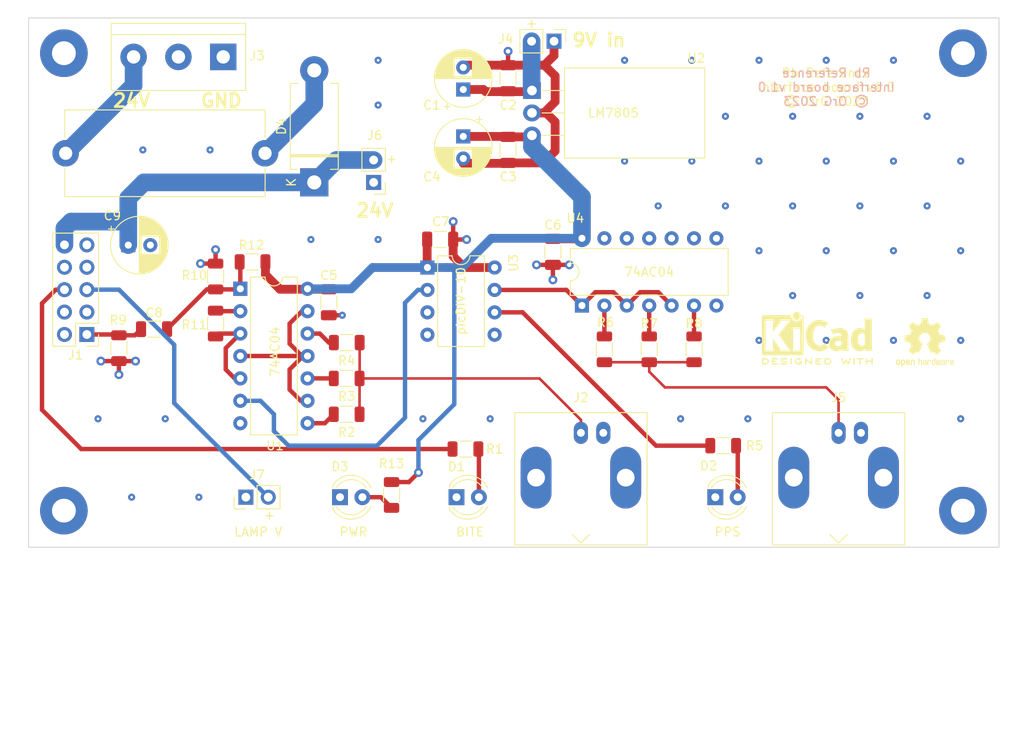
<source format=kicad_pcb>
(kicad_pcb (version 20221018) (generator pcbnew)
  (layers (0 "F.Cu" signal) (1 "In1.Cu" signal) (2 "In2.Cu" signal) (31 "B.Cu" signal) (34 "B.Paste" user) (35 "F.Paste" user) (36 "B.SilkS" user "B.Silkscreen") (37 "F.SilkS" user "F.Silkscreen") (38 "B.Mask" user) (39 "F.Mask" user) (44 "Edge.Cuts" user))
  (net 0 "")
  (net 1 "+5V")
  (net 2 "GND")
  (net 3 "+9V")
  (net 4 "/RB_10MHz")
  (net 5 "LAMP_V")
  (net 7 "BITE")
  (net 10 "Net-(C8-Pad2)")
  (net 11 "Net-(R11-Pad1)")
  (net 13 "+24V")
  (net 14 "/10MHz")
  (net 15 "Net-(R2-Pad1)")
  (net 16 "Net-(R3-Pad1)")
  (net 17 "Net-(R4-Pad1)")
  (net 18 "Net-(R6-Pad1)")
  (net 19 "Net-(R7-Pad1)")
  (net 20 "Net-(R8-Pad1)")
  (net 24 "Net-(R11-Pad2)")
  (net 25 "Net-(U1-Pad6)")
  (net 26 "/ERR_LED")
  (net 27 "/PPS_LED")
  (net 28 "/PWR_LED")
  (net 29 "/10MHz_OUT")
  (net 30 "/PPS_OUT")
  (net 31 "PPS_2")
  (net 35 "PPS_1")
  (net 36 "/24V_IN")
  (net 37 "Net-(D4-Pad2)")
  (footprint "Resistor_SMD:R_1206_3216Metric" (layer "F.Cu") (at 165.354 83.566 -90)
    (fp_text reference "R7" (at -2.921 0 180) (layer "F.SilkS"))
    (fp_text value "150")
    (pad "1" smd roundrect (at -1.4625 0 270) (size 1.125 1.75) (layers "F.Cu" "F.Paste" "F.Mask") (roundrect_rratio 0.2222222222) (net 19 "Net-(R7-Pad1)"))
    (pad "2" smd roundrect (at 1.4625 0 270) (size 1.125 1.75) (layers "F.Cu" "F.Paste" "F.Mask") (roundrect_rratio 0.2222222222) (net 30 "/PPS_OUT"))
  )
  (footprint "MountingHole:MountingHole_2.7mm_M2.5_Pad" (layer "F.Cu") (at 200.914 50)
    (fp_text reference "H2" hide)
    (fp_text value "MountingHole_Pad")
    (pad "1" thru_hole circle (at 0 0) (size 5.4 5.4) (drill 2.7) (layers "*.Cu" "*.Mask") (net 2 "GND"))
  )
  (footprint "LED_THT:LED_D4.0mm" (layer "F.Cu") (at 130.297 100.33)
    (fp_text reference "D3" (at 0 -3.46) (layer "F.SilkS"))
    (fp_text value "LED")
    (pad "1" thru_hole rect (at 0 0) (size 1.8 1.8) (drill 0.9) (layers "*.Cu" "*.Mask") (net 2 "GND"))
    (pad "2" thru_hole circle (at 2.54 0) (size 1.8 1.8) (drill 0.9) (layers "*.Cu" "*.Mask") (net 28 "/PWR_LED"))
  )
  (footprint "TerminalBlock:TerminalBlock_bornier-3_P5.08mm" (layer "F.Cu") (at 117.062 50.419 180)
    (fp_text reference "J3" (at -3.842 0.127) (layer "F.SilkS"))
    (fp_text value "Screw_Terminal_01x03")
    (pad "1" thru_hole rect (at 0 0 180) (size 3 3) (drill 1.52) (layers "*.Cu" "*.Mask") (net 2 "GND"))
    (pad "2" thru_hole circle (at 5.08 0 180) (size 3 3) (drill 1.52) (layers "*.Cu" "*.Mask"))
    (pad "3" thru_hole circle (at 10.16 0 180) (size 3 3) (drill 1.52) (layers "*.Cu" "*.Mask") (net 36 "/24V_IN"))
  )
  (footprint "MountingHole:MountingHole_2.7mm_M2.5_Pad" (layer "F.Cu") (at 99 101.854)
    (fp_text reference "H3" hide)
    (fp_text value "MountingHole_Pad")
    (pad "1" thru_hole circle (at 0 0) (size 5.4 5.4) (drill 2.7) (layers "*.Cu" "*.Mask") (net 2 "GND"))
  )
  (footprint "LED_THT:LED_D4.0mm" (layer "F.Cu") (at 143.505 100.33)
    (fp_text reference "D1" (at 0 -3.46) (layer "F.SilkS"))
    (fp_text value "LED")
    (pad "1" thru_hole rect (at 0 0) (size 1.8 1.8) (drill 0.9) (layers "*.Cu" "*.Mask") (net 2 "GND"))
    (pad "2" thru_hole circle (at 2.54 0) (size 1.8 1.8) (drill 0.9) (layers "*.Cu" "*.Mask") (net 26 "/ERR_LED"))
  )
  (footprint "Capacitor_SMD:C_1206_3216Metric" (layer "F.Cu") (at 154.432 72.517 90)
    (fp_text reference "C6" (at 3.048 0 180) (layer "F.SilkS"))
    (fp_text value "100n")
    (pad "1" smd roundrect (at -1.475 0 90) (size 1.15 1.8) (layers "F.Cu" "F.Paste" "F.Mask") (roundrect_rratio 0.2173913043) (net 2 "GND"))
    (pad "2" smd roundrect (at 1.475 0 90) (size 1.15 1.8) (layers "F.Cu" "F.Paste" "F.Mask") (roundrect_rratio 0.2173913043) (net 1 "+5V"))
  )
  (footprint "Connector_PinHeader_2.54mm:PinHeader_1x02_P2.54mm_Vertical" (layer "F.Cu") (at 154.559 48.641 -90)
    (fp_text reference "J4" (at -0.254 5.461 180) (layer "F.SilkS"))
    (fp_text value "Conn_01x02")
    (pad "1" thru_hole rect (at 0 0 270) (size 1.7 1.7) (drill 1) (layers "*.Cu" "*.Mask") (net 2 "GND"))
    (pad "2" thru_hole oval (at 0 2.54 270) (size 1.7 1.7) (drill 1) (layers "*.Cu" "*.Mask") (net 3 "+9V"))
  )
  (footprint "MyLib:Fuseholder_Cylinder-5x20mm_Stelvio_Kontek_Horizontal_Open" (layer "F.Cu") (at 99.2025 61.341)
    (fp_text reference "F1" hide)
    (fp_text value "Fuse_Small")
    (pad "1" thru_hole circle (at 0 0) (size 3 3) (drill 1.5) (layers "*.Cu" "*.Mask") (net 36 "/24V_IN"))
    (pad "2" thru_hole circle (at 22.6 0) (size 3 3) (drill 1.5) (layers "*.Cu" "*.Mask") (net 37 "Net-(D4-Pad2)"))
  )
  (footprint "LED_THT:LED_D4.0mm" (layer "F.Cu") (at 172.842 100.33)
    (fp_text reference "D2" (at -0.757 -3.556) (layer "F.SilkS"))
    (fp_text value "LED")
    (pad "1" thru_hole rect (at 0 0) (size 1.8 1.8) (drill 0.9) (layers "*.Cu" "*.Mask") (net 2 "GND"))
    (pad "2" thru_hole circle (at 2.54 0) (size 1.8 1.8) (drill 0.9) (layers "*.Cu" "*.Mask") (net 27 "/PPS_LED"))
  )
  (footprint "Package_DIP:DIP-14_W7.62mm" (layer "F.Cu") (at 157.729 78.603 90)
    (fp_text reference "U4" (at 9.896 -0.757 180) (layer "F.SilkS"))
    (fp_text value "74AC04" (at 3.8 7.625 180) (layer "F.SilkS"))
    (pad "1" thru_hole rect (at 0 0 90) (size 1.6 1.6) (drill 0.8) (layers "*.Cu" "*.Mask") (net 35 "PPS_1"))
    (pad "2" thru_hole oval (at 0 2.54 90) (size 1.6 1.6) (drill 0.8) (layers "*.Cu" "*.Mask") (net 18 "Net-(R6-Pad1)"))
    (pad "3" thru_hole oval (at 0 5.08 90) (size 1.6 1.6) (drill 0.8) (layers "*.Cu" "*.Mask") (net 35 "PPS_1"))
    (pad "4" thru_hole oval (at 0 7.62 90) (size 1.6 1.6) (drill 0.8) (layers "*.Cu" "*.Mask") (net 19 "Net-(R7-Pad1)"))
    (pad "5" thru_hole oval (at 0 10.16 90) (size 1.6 1.6) (drill 0.8) (layers "*.Cu" "*.Mask") (net 35 "PPS_1"))
    (pad "6" thru_hole oval (at 0 12.7 90) (size 1.6 1.6) (drill 0.8) (layers "*.Cu" "*.Mask") (net 20 "Net-(R8-Pad1)"))
    (pad "7" thru_hole oval (at 0 15.24 90) (size 1.6 1.6) (drill 0.8) (layers "*.Cu" "*.Mask") (net 2 "GND"))
    (pad "8" thru_hole oval (at 7.62 15.24 90) (size 1.6 1.6) (drill 0.8) (layers "*.Cu" "*.Mask"))
    (pad "9" thru_hole oval (at 7.62 12.7 90) (size 1.6 1.6) (drill 0.8) (layers "*.Cu" "*.Mask") (net 2 "GND"))
    (pad "10" thru_hole oval (at 7.62 10.16 90) (size 1.6 1.6) (drill 0.8) (layers "*.Cu" "*.Mask"))
    (pad "11" thru_hole oval (at 7.62 7.62 90) (size 1.6 1.6) (drill 0.8) (layers "*.Cu" "*.Mask") (net 2 "GND"))
    (pad "12" thru_hole oval (at 7.62 5.08 90) (size 1.6 1.6) (drill 0.8) (layers "*.Cu" "*.Mask"))
    (pad "13" thru_hole oval (at 7.62 2.54 90) (size 1.6 1.6) (drill 0.8) (layers "*.Cu" "*.Mask") (net 2 "GND"))
    (pad "14" thru_hole oval (at 7.62 0 90) (size 1.6 1.6) (drill 0.8) (layers "*.Cu" "*.Mask") (net 1 "+5V"))
  )
  (footprint "Symbol:KiCad-Logo2_5mm_SilkScreen" (layer "F.Cu") (at 184.404 82.296)
    (fp_text reference "LOGO1" hide)
    (fp_text value "KiCad" hide)
  )
  (footprint "Connector_PinHeader_2.54mm:PinHeader_1x02_P2.54mm_Vertical" (layer "F.Cu") (at 119.629 100.33 90)
    (fp_text reference "J7" (at 2.54 1.27 180) (layer "F.SilkS"))
    (fp_text value "Conn_01x02")
    (pad "1" thru_hole rect (at 0 0 90) (size 1.7 1.7) (drill 1) (layers "*.Cu" "*.Mask") (net 2 "GND"))
    (pad "2" thru_hole oval (at 0 2.54 90) (size 1.7 1.7) (drill 1) (layers "*.Cu" "*.Mask") (net 5 "LAMP_V"))
  )
  (footprint "Resistor_SMD:R_1206_3216Metric" (layer "F.Cu") (at 170.434 83.566 -90)
    (fp_text reference "R8" (at -2.921 0 180) (layer "F.SilkS"))
    (fp_text value "150")
    (pad "1" smd roundrect (at -1.4625 0 270) (size 1.125 1.75) (layers "F.Cu" "F.Paste" "F.Mask") (roundrect_rratio 0.2222222222) (net 20 "Net-(R8-Pad1)"))
    (pad "2" smd roundrect (at 1.4625 0 270) (size 1.125 1.75) (layers "F.Cu" "F.Paste" "F.Mask") (roundrect_rratio 0.2222222222) (net 30 "/PPS_OUT"))
  )
  (footprint "Resistor_SMD:R_1206_3216Metric" (layer "F.Cu") (at 173.736 94.488)
    (fp_text reference "R5" (at 3.556 0 180) (layer "F.SilkS"))
    (fp_text value "10k")
    (pad "1" smd roundrect (at -1.4625 0) (size 1.125 1.75) (layers "F.Cu" "F.Paste" "F.Mask") (roundrect_rratio 0.2222222222) (net 31 "PPS_2"))
    (pad "2" smd roundrect (at 1.4625 0) (size 1.125 1.75) (layers "F.Cu" "F.Paste" "F.Mask") (roundrect_rratio 0.2222222222) (net 27 "/PPS_LED"))
  )
  (footprint "Diode_THT:D_DO-201AD_P12.70mm_Horizontal" (layer "F.Cu") (at 127.381 64.643 90)
    (fp_text reference "D4" (at 6.35 -3.72 90) (layer "F.SilkS"))
    (fp_text value "1N5822")
    (fp_text user "K" (at 0 -2.6 90) (layer "F.SilkS"))
    (pad "1" thru_hole rect (at 0 0 90) (size 3.2 3.2) (drill 1.6) (layers "*.Cu" "*.Mask") (net 13 "+24V"))
    (pad "2" thru_hole oval (at 12.7 0 90) (size 3.2 3.2) (drill 1.6) (layers "*.Cu" "*.Mask") (net 37 "Net-(D4-Pad2)"))
  )
  (footprint "MyLib:BNC_Linx_CONBNC002_Horizontal" (layer "F.Cu") (at 157.607 93.035 180)
    (fp_text reference "J2" (at 0 4 180) (layer "F.SilkS"))
    (fp_text value "Conn_Coaxial")
    (pad "1" thru_hole oval (at 0 0 180) (size 1.6 2.5) (drill 0.89) (layers "*.Cu" "*.Mask") (net 29 "/10MHz_OUT"))
    (pad "2" thru_hole oval (at -5.08 -5.08 180) (size 3.5 7) (drill 2.01) (layers "*.Cu" "*.Mask") (net 2 "GND"))
    (pad "2" thru_hole oval (at -2.54 0 180) (size 1.6 2.5) (drill 0.89) (layers "*.Cu" "*.Mask") (net 2 "GND"))
    (pad "2" thru_hole oval (at 5.08 -5.08 180) (size 3.5 7) (drill 2.01) (layers "*.Cu" "*.Mask") (net 2 "GND"))
  )
  (footprint "Capacitor_THT:CP_Radial_D6.3mm_P2.50mm" (layer "F.Cu") (at 144.272 59.436 -90)
    (fp_text reference "C4" (at 4.572 3.556 180) (layer "F.SilkS"))
    (fp_text value "47u")
    (pad "1" thru_hole rect (at 0 0 270) (size 1.6 1.6) (drill 0.8) (layers "*.Cu" "*.Mask") (net 1 "+5V"))
    (pad "2" thru_hole circle (at 2.5 0 270) (size 1.6 1.6) (drill 0.8) (layers "*.Cu" "*.Mask") (net 2 "GND"))
  )
  (footprint "Connector_PinHeader_2.54mm:PinHeader_1x02_P2.54mm_Vertical" (layer "F.Cu") (at 134.112 64.648 180)
    (fp_text reference "J6" (at -0.127 5.334 180) (layer "F.SilkS"))
    (fp_text value "Conn_01x02")
    (pad "1" thru_hole rect (at 0 0 180) (size 1.7 1.7) (drill 1) (layers "*.Cu" "*.Mask") (net 2 "GND"))
    (pad "2" thru_hole oval (at 0 2.54 180) (size 1.7 1.7) (drill 1) (layers "*.Cu" "*.Mask") (net 13 "+24V"))
  )
  (footprint "Resistor_SMD:R_1206_3216Metric" (layer "F.Cu") (at 116.195 80.645 90)
    (fp_text reference "R11" (at -0.127 -2.403 180) (layer "F.SilkS"))
    (fp_text value "33")
    (pad "1" smd roundrect (at -1.4625 0 90) (size 1.125 1.75) (layers "F.Cu" "F.Paste" "F.Mask") (roundrect_rratio 0.2222222222) (net 11 "Net-(R11-Pad1)"))
    (pad "2" smd roundrect (at 1.4625 0 90) (size 1.125 1.75) (layers "F.Cu" "F.Paste" "F.Mask") (roundrect_rratio 0.2222222222) (net 24 "Net-(R11-Pad2)"))
  )
  (footprint "Capacitor_THT:CP_Radial_D6.3mm_P2.50mm" (layer "F.Cu") (at 106.299 71.755)
    (fp_text reference "C9" (at -1.798 -3.332) (layer "F.SilkS"))
    (fp_text value "47u")
    (pad "1" thru_hole rect (at 0 0) (size 1.6 1.6) (drill 0.8) (layers "*.Cu" "*.Mask") (net 13 "+24V"))
    (pad "2" thru_hole circle (at 2.5 0) (size 1.6 1.6) (drill 0.8) (layers "*.Cu" "*.Mask") (net 2 "GND"))
  )
  (footprint "Capacitor_SMD:C_1206_3216Metric" (layer "F.Cu") (at 149.352 52.832 90)
    (fp_text reference "C2" (at -3.048 0 180) (layer "F.SilkS"))
    (fp_text value "100n")
    (pad "1" smd roundrect (at -1.475 0 90) (size 1.15 1.8) (layers "F.Cu" "F.Paste" "F.Mask") (roundrect_rratio 0.2173913043) (net 3 "+9V"))
    (pad "2" smd roundrect (at 1.475 0 90) (size 1.15 1.8) (layers "F.Cu" "F.Paste" "F.Mask") (roundrect_rratio 0.2173913043) (net 2 "GND"))
  )
  (footprint "Resistor_SMD:R_1206_3216Metric" (layer "F.Cu") (at 105.234 83.439 90)
    (fp_text reference "R9" (at 3.175 -0.078 180) (layer "F.SilkS"))
    (fp_text value "49.9")
    (pad "1" smd roundrect (at -1.4625 0 90) (size 1.125 1.75) (layers "F.Cu" "F.Paste" "F.Mask") (roundrect_rratio 0.2222222222) (net 2 "GND"))
    (pad "2" smd roundrect (at 1.4625 0 90) (size 1.125 1.75) (layers "F.Cu" "F.Paste" "F.Mask") (roundrect_rratio 0.2222222222) (net 4 "/RB_10MHz"))
  )
  (footprint "Capacitor_SMD:C_1206_3216Metric" (layer "F.Cu") (at 129.032 78.232 90)
    (fp_text reference "C5" (at 3.048 0) (layer "F.SilkS"))
    (fp_text value "100n")
    (pad "1" smd roundrect (at -1.475 0 90) (size 1.15 1.8) (layers "F.Cu" "F.Paste" "F.Mask") (roundrect_rratio 0.2173913043) (net 2 "GND"))
    (pad "2" smd roundrect (at 1.475 0 90) (size 1.15 1.8) (layers "F.Cu" "F.Paste" "F.Mask") (roundrect_rratio 0.2173913043) (net 1 "+5V"))
  )
  (footprint "Resistor_SMD:R_1206_3216Metric" (layer "F.Cu") (at 131.054 86.868)
    (fp_text reference "R3" (at 0 2.032) (layer "F.SilkS"))
    (fp_text value "150")
    (pad "1" smd roundrect (at -1.4625 0) (size 1.125 1.75) (layers "F.Cu" "F.Paste" "F.Mask") (roundrect_rratio 0.2222222222) (net 16 "Net-(R3-Pad1)"))
    (pad "2" smd roundrect (at 1.4625 0) (size 1.125 1.75) (layers "F.Cu" "F.Paste" "F.Mask") (roundrect_rratio 0.2222222222) (net 29 "/10MHz_OUT"))
  )
  (footprint "Package_DIP:DIP-14_W7.62mm" (layer "F.Cu") (at 118.999 76.703)
    (fp_text reference "U1" (at 3.937 17.785 180) (layer "F.SilkS"))
    (fp_text value "74AC04" (at 3.937 7.117 90) (layer "F.SilkS"))
    (pad "1" thru_hole rect (at 0 0) (size 1.6 1.6) (drill 0.8) (layers "*.Cu" "*.Mask") (net 10 "Net-(C8-Pad2)"))
    (pad "2" thru_hole oval (at 0 2.54) (size 1.6 1.6) (drill 0.8) (layers "*.Cu" "*.Mask") (net 24 "Net-(R11-Pad2)"))
    (pad "3" thru_hole oval (at 0 5.08) (size 1.6 1.6) (drill 0.8) (layers "*.Cu" "*.Mask") (net 11 "Net-(R11-Pad1)"))
    (pad "4" thru_hole oval (at 0 7.62) (size 1.6 1.6) (drill 0.8) (layers "*.Cu" "*.Mask") (net 14 "/10MHz"))
    (pad "5" thru_hole oval (at 0 10.16) (size 1.6 1.6) (drill 0.8) (layers "*.Cu" "*.Mask") (net 11 "Net-(R11-Pad1)"))
    (pad "6" thru_hole oval (at 0 12.7) (size 1.6 1.6) (drill 0.8) (layers "*.Cu" "*.Mask") (net 25 "Net-(U1-Pad6)"))
    (pad "7" thru_hole oval (at 0 15.24) (size 1.6 1.6) (drill 0.8) (layers "*.Cu" "*.Mask") (net 2 "GND"))
    (pad "8" thru_hole oval (at 7.62 15.24) (size 1.6 1.6) (drill 0.8) (layers "*.Cu" "*.Mask") (net 15 "Net-(R2-Pad1)"))
    (pad "9" thru_hole oval (at 7.62 12.7) (size 1.6 1.6) (drill 0.8) (layers "*.Cu" "*.Mask") (net 14 "/10MHz"))
    (pad "10" thru_hole oval (at 7.62 10.16) (size 1.6 1.6) (drill 0.8) (layers "*.Cu" "*.Mask") (net 16 "Net-(R3-Pad1)"))
    (pad "11" thru_hole oval (at 7.62 7.62) (size 1.6 1.6) (drill 0.8) (layers "*.Cu" "*.Mask") (net 14 "/10MHz"))
    (pad "12" thru_hole oval (at 7.62 5.08) (size 1.6 1.6) (drill 0.8) (layers "*.Cu" "*.Mask") (net 17 "Net-(R4-Pad1)"))
    (pad "13" thru_hole oval (at 7.62 2.54) (size 1.6 1.6) (drill 0.8) (layers "*.Cu" "*.Mask") (net 14 "/10MHz"))
    (pad "14" thru_hole oval (at 7.62 0) (size 1.6 1.6) (drill 0.8) (layers "*.Cu" "*.Mask") (net 1 "+5V"))
  )
  (footprint "Package_TO_SOT_THT:TO-220-3_Horizontal_TabDown" (layer "F.Cu") (at 152.06 54.229 -90)
    (fp_text reference "U2" (at -3.683 -18.628 180) (layer "F.SilkS"))
    (fp_text value "LM7805" (at 2.54 -9.23 180) (layer "F.SilkS"))
    (pad "" np_thru_hole oval (at 2.54 -16.66 270) (size 3.5 3.5) (drill 3.5) (layers "*.Cu" "*.Mask"))
    (pad "1" thru_hole rect (at 0 0 270) (size 1.905 2) (drill 1.1) (layers "*.Cu" "*.Mask") (net 3 "+9V"))
    (pad "2" thru_hole oval (at 2.54 0 270) (size 1.905 2) (drill 1.1) (layers "*.Cu" "*.Mask") (net 2 "GND"))
    (pad "3" thru_hole oval (at 5.08 0 270) (size 1.905 2) (drill 1.1) (layers "*.Cu" "*.Mask") (net 1 "+5V"))
  )
  (footprint "Resistor_SMD:R_1206_3216Metric" (layer "F.Cu") (at 160.274 83.566 -90)
    (fp_text reference "R6" (at -3.048 -0.127 180) (layer "F.SilkS"))
    (fp_text value "150")
    (pad "1" smd roundrect (at -1.4625 0 270) (size 1.125 1.75) (layers "F.Cu" "F.Paste" "F.Mask") (roundrect_rratio 0.2222222222) (net 18 "Net-(R6-Pad1)"))
    (pad "2" smd roundrect (at 1.4625 0 270) (size 1.125 1.75) (layers "F.Cu" "F.Paste" "F.Mask") (roundrect_rratio 0.2222222222) (net 30 "/PPS_OUT"))
  )
  (footprint "Capacitor_SMD:C_1206_3216Metric" (layer "F.Cu") (at 141.654 71.12 180)
    (fp_text reference "C7" (at -0.078 2.032 180) (layer "F.SilkS"))
    (fp_text value "100n")
    (pad "1" smd roundrect (at -1.475 0 180) (size 1.15 1.8) (layers "F.Cu" "F.Paste" "F.Mask") (roundrect_rratio 0.2173913043) (net 2 "GND"))
    (pad "2" smd roundrect (at 1.475 0 180) (size 1.15 1.8) (layers "F.Cu" "F.Paste" "F.Mask") (roundrect_rratio 0.2173913043) (net 1 "+5V"))
  )
  (footprint "Capacitor_THT:CP_Radial_D6.3mm_P2.50mm" (layer "F.Cu") (at 144.272 54.11666 90)
    (fp_text reference "C1" (at -1.76334 -3.556 180) (layer "F.SilkS"))
    (fp_text value "47u")
    (pad "1" thru_hole rect (at 0 0 90) (size 1.6 1.6) (drill 0.8) (layers "*.Cu" "*.Mask") (net 3 "+9V"))
    (pad "2" thru_hole circle (at 2.5 0 90) (size 1.6 1.6) (drill 0.8) (layers "*.Cu" "*.Mask") (net 2 "GND"))
  )
  (footprint "Resistor_SMD:R_1206_3216Metric" (layer "F.Cu") (at 144.521 94.869)
    (fp_text reference "R1" (at 3.302 0 180) (layer "F.SilkS"))
    (fp_text value "10k")
    (pad "1" smd roundrect (at -1.4625 0) (size 1.125 1.75) (layers "F.Cu" "F.Paste" "F.Mask") (roundrect_rratio 0.2222222222) (net 7 "BITE"))
    (pad "2" smd roundrect (at 1.4625 0) (size 1.125 1.75) (layers "F.Cu" "F.Paste" "F.Mask") (roundrect_rratio 0.2222222222) (net 26 "/ERR_LED"))
  )
  (footprint "Resistor_SMD:R_1206_3216Metric" (layer "F.Cu") (at 116.195 75.311 90)
    (fp_text reference "R10" (at 0.127 -2.403 180) (layer "F.SilkS"))
    (fp_text value "51k")
    (pad "1" smd roundrect (at -1.4625 0 90) (size 1.125 1.75) (layers "F.Cu" "F.Paste" "F.Mask") (roundrect_rratio 0.2222222222) (net 10 "Net-(C8-Pad2)"))
    (pad "2" smd roundrect (at 1.4625 0 90) (size 1.125 1.75) (layers "F.Cu" "F.Paste" "F.Mask") (roundrect_rratio 0.2222222222) (net 2 "GND"))
  )
  (footprint "Resistor_SMD:R_1206_3216Metric" (layer "F.Cu") (at 136.144 100.076 90)
    (fp_text reference "R13" (at 3.556 0 180) (layer "F.SilkS"))
    (fp_text value "10k")
    (pad "1" smd roundrect (at -1.4625 0 90) (size 1.125 1.75) (layers "F.Cu" "F.Paste" "F.Mask") (roundrect_rratio 0.2222222222) (net 28 "/PWR_LED"))
    (pad "2" smd roundrect (at 1.4625 0 90) (size 1.125 1.75) (layers "F.Cu" "F.Paste" "F.Mask") (roundrect_rratio 0.2222222222) (net 1 "+5V"))
  )
  (footprint "Connector_PinHeader_2.54mm:PinHeader_2x05_P2.54mm_Vertical" (layer "F.Cu") (at 101.605 81.885 180)
    (fp_text reference "J1" (at 1.27 -2.33 180) (layer "F.SilkS"))
    (fp_text value "Conn_02x05_Odd_Even")
    (pad "1" thru_hole rect (at 0 0 180) (size 1.7 1.7) (drill 1) (layers "*.Cu" "*.Mask") (net 4 "/RB_10MHz"))
    (pad "2" thru_hole oval (at 2.54 0 180) (size 1.7 1.7) (drill 1) (layers "*.Cu" "*.Mask") (net 2 "GND"))
    (pad "3" thru_hole oval (at 0 2.54 180) (size 1.7 1.7) (drill 1) (layers "*.Cu" "*.Mask"))
    (pad "4" thru_hole oval (at 2.54 2.54 180) (size 1.7 1.7) (drill 1) (layers "*.Cu" "*.Mask") (net 2 "GND"))
    (pad "5" thru_hole oval (at 0 5.08 180) (size 1.7 1.7) (drill 1) (layers "*.Cu" "*.Mask") (net 5 "LAMP_V"))
    (pad "6" thru_hole oval (at 2.54 5.08 180) (size 1.7 1.7) (drill 1) (layers "*.Cu" "*.Mask") (net 7 "BITE"))
    (pad "7" thru_hole oval (at 0 7.62 180) (size 1.7 1.7) (drill 1) (layers "*.Cu" "*.Mask"))
    (pad "8" thru_hole oval (at 2.54 7.62 180) (size 1.7 1.7) (drill 1) (layers "*.Cu" "*.Mask") (net 2 "GND"))
    (pad "9" thru_hole oval (at 0 10.16 180) (size 1.7 1.7) (drill 1) (layers "*.Cu" "*.Mask"))
    (pad "10" thru_hole oval (at 2.54 10.16 180) (size 1.7 1.7) (drill 1) (layers "*.Cu" "*.Mask") (net 13 "+24V"))
  )
  (footprint "Capacitor_SMD:C_1206_3216Metric" (layer "F.Cu") (at 109.22 81.28)
    (fp_text reference "C8" (at 0 -1.85) (layer "F.SilkS"))
    (fp_text value "47p")
    (pad "1" smd roundrect (at -1.475 0) (size 1.15 1.8) (layers "F.Cu" "F.Paste" "F.Mask") (roundrect_rratio 0.2173913043) (net 4 "/RB_10MHz"))
    (pad "2" smd roundrect (at 1.475 0) (size 1.15 1.8) (layers "F.Cu" "F.Paste" "F.Mask") (roundrect_rratio 0.2173913043) (net 10 "Net-(C8-Pad2)"))
  )
  (footprint "Symbol:OSHW-Logo2_7.3x6mm_SilkScreen" (layer "F.Cu") (at 196.596 82.804)
    (fp_text reference "LOGO2" hide)
    (fp_text value "OSHW" hide)
  )
  (footprint "Package_DIP:DIP-8_W7.62mm" (layer "F.Cu") (at 140.208 74.295)
    (fp_text reference "U3" (at 9.769 -0.518 90) (layer "F.SilkS"))
    (fp_text value "picDIV-10" (at 3.8 3.8 90) (layer "F.SilkS"))
    (pad "1" thru_hole rect (at 0 0) (size 1.6 1.6) (drill 0.8) (layers "*.Cu" "*.Mask") (net 1 "+5V"))
    (pad "2" thru_hole oval (at 0 2.54) (size 1.6 1.6) (drill 0.8) (layers "*.Cu" "*.Mask") (net 25 "Net-(U1-Pad6)"))
    (pad "3" thru_hole oval (at 0 5.08) (size 1.6 1.6) (drill 0.8) (layers "*.Cu" "*.Mask"))
    (pad "4" thru_hole oval (at 0 7.62) (size 1.6 1.6) (drill 0.8) (layers "*.Cu" "*.Mask"))
    (pad "5" thru_hole oval (at 7.62 7.62) (size 1.6 1.6) (drill 0.8) (layers "*.Cu" "*.Mask"))
    (pad "6" thru_hole oval (at 7.62 5.08) (size 1.6 1.6) (drill 0.8) (layers "*.Cu" "*.Mask") (net 31 "PPS_2"))
    (pad "7" thru_hole oval (at 7.62 2.54) (size 1.6 1.6) (drill 0.8) (layers "*.Cu" "*.Mask") (net 35 "PPS_1"))
    (pad "8" thru_hole oval (at 7.62 0) (size 1.6 1.6) (drill 0.8) (layers "*.Cu" "*.Mask") (net 2 "GND"))
  )
  (footprint "Capacitor_SMD:C_1206_3216Metric" (layer "F.Cu") (at 149.352 60.96 -90)
    (fp_text reference "C3" (at 3.048 0 180) (layer "F.SilkS"))
    (fp_text value "100n")
    (pad "1" smd roundrect (at -1.475 0 270) (size 1.15 1.8) (layers "F.Cu" "F.Paste" "F.Mask") (roundrect_rratio 0.2173913043) (net 1 "+5V"))
    (pad "2" smd roundrect (at 1.475 0 270) (size 1.15 1.8) (layers "F.Cu" "F.Paste" "F.Mask") (roundrect_rratio 0.2173913043) (net 2 "GND"))
  )
  (footprint "Resistor_SMD:R_1206_3216Metric" (layer "F.Cu") (at 131.054 90.932)
    (fp_text reference "R2" (at 0 2.032) (layer "F.SilkS"))
    (fp_text value "150")
    (pad "1" smd roundrect (at -1.4625 0) (size 1.125 1.75) (layers "F.Cu" "F.Paste" "F.Mask") (roundrect_rratio 0.2222222222) (net 15 "Net-(R2-Pad1)"))
    (pad "2" smd roundrect (at 1.4625 0) (size 1.125 1.75) (layers "F.Cu" "F.Paste" "F.Mask") (roundrect_rratio 0.2222222222) (net 29 "/10MHz_OUT"))
  )
  (footprint "MountingHole:MountingHole_2.7mm_M2.5_Pad" (layer "F.Cu") (at 200.914 101.854)
    (fp_text reference "H4" hide)
    (fp_text value "MountingHole_Pad")
    (pad "1" thru_hole circle (at 0 0) (size 5.4 5.4) (drill 2.7) (layers "*.Cu" "*.Mask") (net 2 "GND"))
  )
  (footprint "MountingHole:MountingHole_2.7mm_M2.5_Pad" (layer "F.Cu") (at 99 50)
    (fp_text reference "H1" hide)
    (fp_text value "MountingHole_Pad")
    (pad "1" thru_hole circle (at 0 0) (size 5.4 5.4) (drill 2.7) (layers "*.Cu" "*.Mask") (net 2 "GND"))
  )
  (footprint "MyLib:BNC_Linx_CONBNC002_Horizontal" (layer "F.Cu") (at 186.817 93.035 180)
    (fp_text reference "J5" (at 0 4 180) (layer "F.SilkS"))
    (fp_text value "Conn_Coaxial")
    (pad "1" thru_hole oval (at 0 0 180) (size 1.6 2.5) (drill 0.89) (layers "*.Cu" "*.Mask") (net 30 "/PPS_OUT"))
    (pad "2" thru_hole oval (at -5.08 -5.08 180) (size 3.5 7) (drill 2.01) (layers "*.Cu" "*.Mask") (net 2 "GND"))
    (pad "2" thru_hole oval (at -2.54 0 180) (size 1.6 2.5) (drill 0.89) (layers "*.Cu" "*.Mask") (net 2 "GND"))
    (pad "2" thru_hole oval (at 5.08 -5.08 180) (size 3.5 7) (drill 2.01) (layers "*.Cu" "*.Mask") (net 2 "GND"))
  )
  (footprint "Resistor_SMD:R_1206_3216Metric" (layer "F.Cu") (at 131.064 82.804)
    (fp_text reference "R4" (at 0 2.032) (layer "F.SilkS"))
    (fp_text value "150")
    (pad "1" smd roundrect (at -1.4625 0) (size 1.125 1.75) (layers "F.Cu" "F.Paste" "F.Mask") (roundrect_rratio 0.2222222222) (net 17 "Net-(R4-Pad1)"))
    (pad "2" smd roundrect (at 1.4625 0) (size 1.125 1.75) (layers "F.Cu" "F.Paste" "F.Mask") (roundrect_rratio 0.2222222222) (net 29 "/10MHz_OUT"))
  )
  (footprint "Resistor_SMD:R_1206_3216Metric" (layer "F.Cu") (at 120.386 73.66 180)
    (fp_text reference "R12" (at 0.127 1.905 180) (layer "F.SilkS"))
    (fp_text value "51k")
    (pad "1" smd roundrect (at -1.4625 0 180) (size 1.125 1.75) (layers "F.Cu" "F.Paste" "F.Mask") (roundrect_rratio 0.2222222222) (net 1 "+5V"))
    (pad "2" smd roundrect (at 1.4625 0 180) (size 1.125 1.75) (layers "F.Cu" "F.Paste" "F.Mask") (roundrect_rratio 0.2222222222) (net 10 "Net-(C8-Pad2)"))
  )
  (gr_rect (start 95 46) (end 205 106) (stroke (width 0.1)) (fill none) (layer "Edge.Cuts"))
  (gr_text "Rb Reference\nInterface board v1.0\n© OrG 2023" (at 185.42 53.848) (layer "B.SilkS") (effects (font (size 1 1)) (justify mirror)))
  (gr_text "+" (at 122.301 102.362) (layer "F.SilkS") (effects (font (size 1 1))))
  (gr_text "LAMP V" (at 121.031 104.267) (layer "F.SilkS") (effects (font (size 1 1))))
  (gr_text "PPS" (at 174.244 104.267) (layer "F.SilkS") (effects (font (size 1 1))))
  (gr_text "9V in" (at 159.639 48.514) (layer "F.SilkS") (effects (font (size 1.5 1.5) (thickness 0.3))))
  (gr_text "PWR" (at 131.826 104.267) (layer "F.SilkS") (effects (font (size 1 1))))
  (gr_text "+" (at 136.144 61.976) (layer "F.SilkS") (effects (font (size 1 1))))
  (gr_text "GND" (at 116.84 55.372) (layer "F.SilkS") (effects (font (size 1.5 1.5) (thickness 0.3))))
  (gr_text "BITE" (at 145.034 104.267) (layer "F.SilkS") (effects (font (size 1 1))))
  (gr_text "+" (at 152.019 46.609) (layer "F.SilkS") (effects (font (size 1 1))))
  (gr_text "Rb Reference\nInterface board v1.0\n© OrG 2023" (at 185.42 53.848) (layer "F.SilkS") (effects (font (size 1 1))))
  (gr_text "24V" (at 106.68 55.372) (layer "F.SilkS") (effects (font (size 1.5 1.5) (thickness 0.3))))
  (gr_text "24V" (at 134.239 67.823) (layer "F.SilkS") (effects (font (size 1.5 1.5) (thickness 0.3))))
  (segment (start 154.432 71.042) (end 157.67 71.042) (width 1) (layer "F.Cu") (net 1))
  (segment (start 149.303 59.436) (end 149.352 59.485) (width 1) (layer "F.Cu") (net 1))
  (segment (start 140.179 71.12) (end 140.179 74.266) (width 1) (layer "F.Cu") (net 1))
  (segment (start 136.144 98.6135) (end 138.1145 98.6135) (width 0.5) (layer "F.Cu") (net 1))
  (segment (start 121.8485 73.66) (end 121.8485 75.1125) (width 1) (layer "F.Cu") (net 1))
  (segment (start 121.8485 75.1125) (end 123.439 76.703) (width 1) (layer "F.Cu") (net 1))
  (segment (start 123.493 76.757) (end 123.439 76.703) (width 1) (layer "F.Cu") (net 1))
  (segment (start 144.272 59.436) (end 149.303 59.436) (width 1) (layer "F.Cu") (net 1))
  (segment (start 149.352 59.485) (end 151.884 59.485) (width 1) (layer "F.Cu") (net 1))
  (segment (start 138.1145 98.6135) (end 139.192 97.536) (width 0.5) (layer "F.Cu") (net 1))
  (segment (start 129.032 76.757) (end 123.493 76.757) (width 1) (layer "F.Cu") (net 1))
  (via (at 139.192 97.536) (size 1) (drill 0.5) (layers "F.Cu" "B.Cu") (net 1))
  (segment (start 152.06 60.62) (end 157.729 66.289) (width 2) (layer "B.Cu") (net 1))
  (segment (start 131.577 76.703) (end 129.037 76.703) (width 1) (layer "B.Cu") (net 1))
  (segment (start 142.367 74.295) (end 140.208 74.295) (width 1) (layer "B.Cu") (net 1))
  (segment (start 143.256 74.676) (end 142.875 74.295) (width 0.5) (layer "B.Cu") (net 1))
  (segment (start 157.729 66.289) (end 157.729 70.983) (width 2) (layer "B.Cu") (net 1))
  (segment (start 140.208 74.295) (end 133.985 74.295) (width 1) (layer "B.Cu") (net 1))
  (segment (start 133.985 74.295) (end 131.577 76.703) (width 1) (layer "B.Cu") (net 1))
  (segment (start 142.875 74.295) (end 142.367 74.295) (width 0.5) (layer "B.Cu") (net 1))
  (segment (start 129.032 76.708) (end 126.614 76.708) (width 1) (layer "B.Cu") (net 1))
  (segment (start 143.256 89.789) (end 143.256 74.676) (width 0.5) (layer "B.Cu") (net 1))
  (segment (start 144.145 74.295) (end 142.367 74.295) (width 1) (layer "B.Cu") (net 1))
  (segment (start 139.192 97.536) (end 139.192 93.853) (width 0.5) (layer "B.Cu") (net 1))
  (segment (start 139.192 93.853) (end 143.256 89.789) (width 0.5) (layer "B.Cu") (net 1))
  (segment (start 152.06 59.309) (end 152.06 60.62) (width 2) (layer "B.Cu") (net 1))
  (segment (start 147.457 70.983) (end 144.145 74.295) (width 1) (layer "B.Cu") (net 1))
  (segment (start 157.729 70.983) (end 147.457 70.983) (width 1) (layer "B.Cu") (net 1))
  (segment (start 144.653 71.12) (end 143.129 71.12) (width 0.5) (layer "F.Cu") (net 2))
  (segment (start 105.234 84.9015) (end 103.1895 84.9015) (width 0.5) (layer "F.Cu") (net 2))
  (segment (start 154.686 55.499) (end 153.416 56.769) (width 1) (layer "F.Cu") (net 2))
  (segment (start 144.53166 51.357) (end 149.352 51.357) (width 1) (layer "F.Cu") (net 2))
  (segment (start 129.032 79.707) (end 130.556 79.707) (width 0.5) (layer "F.Cu") (net 2))
  (segment (start 149.303 62.484) (end 149.352 62.435) (width 1) (layer "F.Cu") (net 2))
  (segment (start 154.686 52.578) (end 154.686 55.499) (width 1) (layer "F.Cu") (net 2))
  (segment (start 143.129 71.12) (end 143.129 69.088) (width 0.5) (layer "F.Cu") (net 2))
  (segment (start 154.686 57.785) (end 154.686 61.087) (width 1) (layer "F.Cu") (net 2))
  (segment (start 154.432 73.992) (end 154.432 75.692) (width 0.5) (layer "F.Cu") (net 2))
  (segment (start 149.352 51.357) (end 153.465 51.357) (width 1) (layer "F.Cu") (net 2))
  (segment (start 105.234 84.9015) (end 105.234 86.438) (width 0.5) (layer "F.Cu") (net 2))
  (segment (start 149.352 51.357) (end 149.352 49.784) (width 0.5) (layer "F.Cu") (net 2))
  (segment (start 116.195 73.8485) (end 114.4885 73.8485) (width 0.5) (layer "F.Cu") (net 2))
  (segment (start 153.416 56.769) (end 152.06 56.769) (width 1) (layer "F.Cu") (net 2))
  (segment (start 116.195 73.8485) (end 116.195 72.273) (width 0.5) (layer "F.Cu") (net 2))
  (segment (start 144.272 62.484) (end 149.303 62.484) (width 1) (layer "F.Cu") (net 2))
  (segment (start 105.234 84.9015) (end 107.1225 84.9015) (width 0.5) (layer "F.Cu") (net 2))
  (segment (start 154.432 73.992) (end 152.576 73.992) (width 0.5) (layer "F.Cu") (net 2))
  (segment (start 152.06 56.769) (end 153.67 56.769) (width 1) (layer "F.Cu") (net 2))
  (segment (start 153.338 62.435) (end 149.352 62.435) (width 1) (layer "F.Cu") (net 2))
  (segment (start 144.272 61.936) (end 144.272 62.484) (width 1) (layer "F.Cu") (net 2))
  (segment (start 153.67 56.769) (end 154.686 57.785) (width 1) (layer "F.Cu") (net 2))
  (segment (start 144.272 51.61666) (end 144.53166 51.357) (width 1) (layer "F.Cu") (net 2))
  (segment (start 153.465 51.357) (end 154.686 52.578) (width 1) (layer "F.Cu") (net 2))
  (segment (start 154.432 73.992) (end 156.288 73.992) (width 0.5) (layer "F.Cu") (net 2))
  (segment (start 154.559 48.641) (end 154.559 50.263) (width 1) (layer "F.Cu") (net 2))
  (segment (start 143.129 73.025) (end 144.399 74.295) (width 1) (layer "F.Cu") (net 2))
  (segment (start 144.399 74.295) (end 147.828 74.295) (width 1) (layer "F.Cu") (net 2))
  (segment (start 143.129 71.12) (end 143.129 73.025) (width 1) (layer "F.Cu") (net 2))
  (segment (start 154.686 61.087) (end 153.338 62.435) (width 1) (layer "F.Cu") (net 2))
  (segment (start 154.559 50.263) (end 153.465 51.357) (width 1) (layer "F.Cu") (net 2))
  (via (at 193.04 82.55) (size 0.8) (drill 0.3) (layers "F.Cu" "B.Cu") (net 2))
  (via (at 185.42 50.8) (size 0.8) (drill 0.3) (layers "F.Cu" "B.Cu") (net 2))
  (via (at 181.61 67.31) (size 0.8) (drill 0.3) (layers "F.Cu" "B.Cu") (net 2))
  (via (at 177.8 50.8) (size 0.8) (drill 0.3) (layers "F.Cu" "B.Cu") (net 2))
  (via (at 156.288 73.992) (size 1) (drill 0.5) (layers "F.Cu" "B.Cu") (net 2))
  (via (at 185.42 62.23) (size 0.8) (drill 0.3) (layers "F.Cu" "B.Cu") (net 2))
  (via (at 107.1225 84.9015) (size 1) (drill 0.5) (layers "F.Cu" "B.Cu") (net 2))
  (via (at 103.1895 84.9015) (size 1) (drill 0.5) (layers "F.Cu" "B.Cu") (net 2))
  (via (at 200.66 82.55) (size 0.8) (drill 0.3) (layers "F.Cu" "B.Cu") (net 2))
  (via (at 189.23 77.47) (size 0.8) (drill 0.3) (layers "F.Cu" "B.Cu") (net 2))
  (via (at 185.42 72.39) (size 0.8) (drill 0.3) (layers "F.Cu" "B.Cu") (net 2))
  (via (at 185.42 82.55) (size 0.8) (drill 0.3) (layers "F.Cu" "B.Cu") (net 2))
  (via (at 144.653 71.12) (size 1) (drill 0.5) (layers "F.Cu" "B.Cu") (net 2))
  (via (at 143.129 69.088) (size 1) (drill 0.5) (layers "F.Cu" "B.Cu") (net 2))
  (via (at 200.66 91.44) (size 0.8) (drill 0.3) (layers "F.Cu" "B.Cu") (net 2))
  (via (at 176.53 91.44) (size 0.8) (drill 0.3) (layers "F.Cu" "B.Cu") (net 2))
  (via (at 200.66 62.23) (size 0.8) (drill 0.3) (layers "F.Cu" "B.Cu") (net 2))
  (via (at 134.62 71.12) (size 0.8) (drill 0.3) (layers "F.Cu" "B.Cu") (net 2))
  (via (at 115.57 60.96) (size 0.8) (drill 0.3) (layers "F.Cu" "B.Cu") (net 2))
  (via (at 200.66 72.39) (size 0.8) (drill 0.3) (layers "F.Cu" "B.Cu") (net 2))
  (via (at 189.23 67.31) (size 0.8) (drill 0.3) (layers "F.Cu" "B.Cu") (net 2))
  (via (at 114.3 100.33) (size 0.8) (drill 0.3) (layers "F.Cu" "B.Cu") (net 2))
  (via (at 193.04 50.8) (size 0.8) (drill 0.3) (layers "F.Cu" "B.Cu") (net 2))
  (via (at 110.49 91.44) (size 0.8) (drill 0.3) (layers "F.Cu" "B.Cu") (net 2))
  (via (at 162.56 62.23) (size 0.8) (drill 0.3) (layers "F.Cu" "B.Cu") (net 2))
  (via (at 152.576 73.992) (size 1) (drill 0.5) (layers "F.Cu" "B.Cu") (net 2))
  (via (at 130.556 79.707) (size 0.8) (drill 0.3) (layers "F.Cu" "B.Cu") (net 2))
  (via (at 134.62 55.88) (size 0.8) (drill 0.3) (layers "F.Cu" "B.Cu") (net 2))
  (via (at 107.95 60.96) (size 0.8) (drill 0.3) (layers "F.Cu" "B.Cu") (net 2))
  (via (at 193.04 62.23) (size 0.8) (drill 0.3) (layers "F.Cu" "B.Cu") (net 2))
  (via (at 106.68 100.33) (size 0.8) (drill 0.3) (layers "F.Cu" "B.Cu") (net 2))
  (via (at 168.91 91.44) (size 0.8) (drill 0.3) (layers "F.Cu" "B.Cu") (net 2))
  (via (at 193.04 72.39) (size 0.8) (drill 0.3) (layers "F.Cu" "B.Cu") (net 2))
  (via (at 134.62 50.8) (size 0.8) (drill 0.3) (layers "F.Cu" "B.Cu") (net 2))
  (via (at 114.4885 73.8485) (size 1) (drill 0.5) (layers "F.Cu" "B.Cu") (net 2))
  (via (at 149.352 49.784) (size 1) (drill 0.5) (layers "F.Cu" "B.Cu") (net 2))
  (via (at 181.61 77.47) (size 0.8) (drill 0.3) (layers "F.Cu" "B.Cu") (net 2))
  (via (at 162.56 50.8) (size 0.8) (drill 0.3) (layers "F.Cu" "B.Cu") (net 2))
  (via (at 173.99 67.31) (size 0.8) (drill 0.3) (layers "F.Cu" "B.Cu") (net 2))
  (via (at 173.99 57.15) (size 0.8) (drill 0.3) (layers "F.Cu" "B.Cu") (net 2))
  (via (at 139.7 91.44) (size 0.8) (drill 0.3) (layers "F.Cu" "B.Cu") (net 2))
  (via (at 196.85 57.15) (size 0.8) (drill 0.3) (layers "F.Cu" "B.Cu") (net 2))
  (via (at 177.8 62.23) (size 0.8) (drill 0.3) (layers "F.Cu" "B.Cu") (net 2))
  (via (at 177.8 72.39) (size 0.8) (drill 0.3) (layers "F.Cu" "B.Cu") (net 2))
  (via (at 154.432 75.692) (size 1) (drill 0.5) (layers "F.Cu" "B.Cu") (net 2))
  (via (at 102.87 91.44) (size 0.8) (drill 0.3) (layers "F.Cu" "B.Cu") (net 2))
  (via (at 196.85 67.31) (size 0.8) (drill 0.3) (layers "F.Cu" "B.Cu") (net 2))
  (via (at 116.195 72.273) (size 1) (drill 0.5) (layers "F.Cu" "B.Cu") (net 2))
  (via (at 170.18 50.8) (size 0.8) (drill 0.3) (layers "F.Cu" "B.Cu") (net 2))
  (via (at 189.23 57.15) (size 0.8) (drill 0.3) (layers "F.Cu" "B.Cu") (net 2))
  (via (at 127 71.12) (size 0.8) (drill 0.3) (layers "F.Cu" "B.Cu") (net 2))
  (via (at 166.37 67.31) (size 0.8) (drill 0.3) (layers "F.Cu" "B.Cu") (net 2))
  (via (at 170.18 62.23) (size 0.8) (drill 0.3) (layers "F.Cu" "B.Cu") (net 2))
  (via (at 147.32 91.44) (size 0.8) (drill 0.3) (layers "F.Cu" "B.Cu") (net 2))
  (via (at 196.85 77.47) (size 0.8) (drill 0.3) (layers "F.Cu" "B.Cu") (net 2))
  (via (at 181.61 57.15) (size 0.8) (drill 0.3) (layers "F.Cu" "B.Cu") (net 2))
  (via (at 105.234 86.438) (size 1) (drill 0.5) (layers "F.Cu" "B.Cu") (net 2))
  (via (at 177.8 82.55) (size 0.8) (drill 0.3) (layers "F.Cu" "B.Cu") (net 2))
  (segment (start 146.57266 54.11666) (end 146.812 54.356) (width 1) (layer "F.Cu") (net 3))
  (segment (start 144.272 54.11666) (end 146.57266 54.11666) (width 1) (layer "F.Cu") (net 3))
  (segment (start 148.336 54.356) (end 151.933 54.356) (width 1) (layer "F.Cu") (net 3))
  (segment (start 146.812 54.356) (end 148.336 54.356) (width 1) (layer "F.Cu") (net 3))
  (segment (start 152.019 48.641) (end 152.019 54.188) (width 2) (layer "B.Cu") (net 3))
  (segment (start 152.019 54.188) (end 152.06 54.229) (width 1) (layer "B.Cu") (net 3))
  (segment (start 105.234 81.9765) (end 107.0485 81.9765) (width 0.5) (layer "F.Cu") (net 4))
  (segment (start 101.605 81.885) (end 105.1425 81.885) (width 0.5) (layer "F.Cu") (net 4))
  (segment (start 107.0485 81.9765) (end 107.745 81.28) (width 0.5) (layer "F.Cu") (net 4))
  (segment (start 105.1425 81.885) (end 105.234 81.9765) (width 0.5) (layer "F.Cu") (net 4))
  (segment (start 101.605 76.805) (end 105.253 76.805) (width 0.5) (layer "B.Cu") (net 5))
  (segment (start 105.253 76.805) (end 111.506 83.058) (width 0.5) (layer "B.Cu") (net 5))
  (segment (start 114.803 92.959) (end 114.803 92.964) (width 0.5) (layer "B.Cu") (net 5))
  (segment (start 111.506 83.058) (end 111.506 89.662) (width 0.5) (layer "B.Cu") (net 5))
  (segment (start 111.506 89.662) (end 114.803 92.959) (width 0.5) (layer "B.Cu") (net 5))
  (segment (start 114.803 92.964) (end 122.169 100.33) (width 0.5) (layer "B.Cu") (net 5))
  (segment (start 99.065 76.805) (end 98.074 76.805) (width 0.5) (layer "F.Cu") (net 7))
  (segment (start 96.52 90.424) (end 100.965 94.869) (width 0.5) (layer "F.Cu") (net 7))
  (segment (start 100.965 94.869) (end 143.0585 94.869) (width 0.5) (layer "F.Cu") (net 7))
  (segment (start 96.52 78.359) (end 96.52 90.424) (width 0.5) (layer "F.Cu") (net 7))
  (segment (start 98.074 76.805) (end 96.52 78.359) (width 0.5) (layer "F.Cu") (net 7))
  (segment (start 116.195 76.7735) (end 115.2015 76.7735) (width 0.5) (layer "F.Cu") (net 10))
  (segment (start 115.2015 76.7735) (end 110.695 81.28) (width 0.5) (layer "F.Cu") (net 10))
  (segment (start 118.999 73.7355) (end 118.9235 73.66) (width 0.5) (layer "F.Cu") (net 10))
  (segment (start 116.195 76.7735) (end 118.9285 76.7735) (width 0.5) (layer "F.Cu") (net 10))
  (segment (start 118.999 76.703) (end 118.999 73.7355) (width 0.5) (layer "F.Cu") (net 10))
  (segment (start 118.999 81.783) (end 116.5195 81.783) (width 0.5) (layer "F.Cu") (net 11))
  (segment (start 117.348 83.434) (end 118.999 81.783) (width 0.5) (layer "F.Cu") (net 11))
  (segment (start 118.999 86.863) (end 118.359 86.863) (width 0.5) (layer "F.Cu") (net 11))
  (segment (start 118.359 86.863) (end 117.348 85.852) (width 0.5) (layer "F.Cu") (net 11))
  (segment (start 117.348 85.852) (end 117.348 83.434) (width 0.5) (layer "F.Cu") (net 11))
  (segment (start 127.381 64.643) (end 129.916 62.108) (width 2) (layer "B.Cu") (net 13))
  (segment (start 129.916 62.108) (end 134.112 62.108) (width 2) (layer "B.Cu") (net 13))
  (segment (start 106.299 66.421) (end 106.299 71.755) (width 2) (layer "B.Cu") (net 13))
  (segment (start 99.065 71.725) (end 99.065 69.845) (width 2) (layer "B.Cu") (net 13))
  (segment (start 108.077 64.643) (end 106.299 66.421) (width 2) (layer "B.Cu") (net 13))
  (segment (start 99.065 69.845) (end 99.822 69.088) (width 2) (layer "B.Cu") (net 13))
  (segment (start 99.822 69.088) (end 105.918 69.088) (width 2) (layer "B.Cu") (net 13))
  (segment (start 127.381 64.643) (end 108.077 64.643) (width 2) (layer "B.Cu") (net 13))
  (segment (start 124.587 82.931) (end 124.587 80.645) (width 0.5) (layer "F.Cu") (net 14))
  (segment (start 126.619 84.323) (end 118.999 84.323) (width 0.5) (layer "F.Cu") (net 14))
  (segment (start 126.116 84.323) (end 126.619 84.323) (width 0.5) (layer "F.Cu") (net 14))
  (segment (start 124.587 85.852) (end 126.116 84.323) (width 0.5) (layer "F.Cu") (net 14))
  (segment (start 124.587 80.645) (end 125.989 79.243) (width 0.5) (layer "F.Cu") (net 14))
  (segment (start 125.852 89.403) (end 124.587 88.138) (width 0.5) (layer "F.Cu") (net 14))
  (segment (start 126.619 89.403) (end 125.852 89.403) (width 0.5) (layer "F.Cu") (net 14))
  (segment (start 124.587 88.138) (end 124.587 85.852) (width 0.5) (layer "F.Cu") (net 14))
  (segment (start 126.619 84.323) (end 125.979 84.323) (width 0.5) (layer "F.Cu") (net 14))
  (segment (start 125.979 84.323) (end 124.587 82.931) (width 0.5) (layer "F.Cu") (net 14))
  (segment (start 125.989 79.243) (end 126.619 79.243) (width 0.5) (layer "F.Cu") (net 14))
  (segment (start 128.5805 91.943) (end 129.5915 90.932) (width 0.5) (layer "F.Cu") (net 15))
  (segment (start 126.619 91.943) (end 128.5805 91.943) (width 0.5) (layer "F.Cu") (net 15))
  (segment (start 126.619 86.863) (end 129.545 86.863) (width 0.5) (layer "F.Cu") (net 16))
  (segment (start 129.6015 82.804) (end 129.032 82.804) (width 0.5) (layer "F.Cu") (net 17))
  (segment (start 128.011 81.783) (end 126.619 81.783) (width 0.5) (layer "F.Cu") (net 17))
  (segment (start 129.032 82.804) (end 128.011 81.783) (width 0.5) (layer "F.Cu") (net 17))
  (segment (start 160.269 78.603) (end 160.269 82.0985) (width 0.5) (layer "F.Cu") (net 18))
  (segment (start 165.349 78.603) (end 165.349 82.0985) (width 0.5) (layer "F.Cu") (net 19))
  (segment (start 170.429 78.603) (end 170.429 82.0985) (width 0.5) (layer "F.Cu") (net 20))
  (segment (start 116.2555 79.243) (end 116.195 79.1825) (width 0.5) (layer "F.Cu") (net 24))
  (segment (start 118.999 79.243) (end 116.2555 79.243) (width 0.5) (layer "F.Cu") (net 24))
  (segment (start 121.28 89.403) (end 118.999 89.403) (width 0.5) (layer "B.Cu") (net 25))
  (segment (start 140.208 76.835) (end 139.1285 76.835) (width 0.5) (layer "B.Cu") (net 25))
  (segment (start 134.493 94.488) (end 124.46 94.488) (width 0.5) (layer "B.Cu") (net 25))
  (segment (start 139.1285 76.835) (end 137.668 78.2955) (width 0.5) (layer "B.Cu") (net 25))
  (segment (start 137.668 91.313) (end 134.493 94.488) (width 0.5) (layer "B.Cu") (net 25))
  (segment (start 122.809 90.932) (end 121.28 89.403) (width 0.5) (layer "B.Cu") (net 25))
  (segment (start 122.809 92.837) (end 122.809 90.932) (width 0.5) (layer "B.Cu") (net 25))
  (segment (start 137.668 78.2955) (end 137.668 91.313) (width 0.5) (layer "B.Cu") (net 25))
  (segment (start 124.46 94.488) (end 122.809 92.837) (width 0.5) (layer "B.Cu") (net 25))
  (segment (start 146.045 94.9305) (end 146.045 100.33) (width 0.5) (layer "F.Cu") (net 26))
  (segment (start 175.387 94.6765) (end 175.387 100.325) (width 0.5) (layer "F.Cu") (net 27))
  (segment (start 132.837 100.33) (end 134.9355 100.33) (width 0.5) (layer "F.Cu") (net 28))
  (segment (start 134.9355 100.33) (end 136.144 101.5385) (width 0.5) (layer "F.Cu") (net 28))
  (segment (start 132.5265 82.804) (end 132.5265 86.858) (width 0.29337) (layer "F.Cu") (net 29))
  (segment (start 132.5165 86.868) (end 152.908 86.868) (width 0.29337) (layer "F.Cu") (net 29))
  (segment (start 132.5165 86.868) (end 132.5165 90.932) (width 0.29337) (layer "F.Cu") (net 29))
  (segment (start 152.908 86.868) (end 157.607 91.567) (width 0.29337) (layer "F.Cu") (net 29))
  (segment (start 132.5265 86.858) (end 132.5165 86.868) (width 0.5) (layer "F.Cu") (net 29))
  (segment (start 157.607 91.567) (end 157.607 93.035) (width 0.29337) (layer "F.Cu") (net 29))
  (segment (start 165.354 86.106) (end 167.132 87.884) (width 0.29337) (layer "F.Cu") (net 30))
  (segment (start 185.42 87.884) (end 186.817 89.281) (width 0.29337) (layer "F.Cu") (net 30))
  (segment (start 165.354 85.0285) (end 170.434 85.0285) (width 0.29337) (layer "F.Cu") (net 30))
  (segment (start 186.817 89.281) (end 186.817 93.035) (width 0.29337) (layer "F.Cu") (net 30))
  (segment (start 165.354 85.0285) (end 165.354 86.106) (width 0.29337) (layer "F.Cu") (net 30))
  (segment (start 167.132 87.884) (end 185.42 87.884) (width 0.29337) (layer "F.Cu") (net 30))
  (segment (start 160.274 85.0285) (end 165.354 85.0285) (width 0.29337) (layer "F.Cu") (net 30))
  (segment (start 147.828 79.375) (end 151.003 79.375) (width 0.5) (layer "F.Cu") (net 31))
  (segment (start 151.003 79.375) (end 166.116 94.488) (width 0.5) (layer "F.Cu") (net 31))
  (segment (start 166.116 94.488) (end 172.2735 94.488) (width 0.5) (layer "F.Cu") (net 31))
  (segment (start 164.323 77.089) (end 166.375 77.089) (width 0.5) (layer "F.Cu") (net 35))
  (segment (start 166.375 77.089) (end 167.889 78.603) (width 0.5) (layer "F.Cu") (net 35))
  (segment (start 162.809 78.603) (end 164.323 77.089) (width 0.5) (layer "F.Cu") (net 35))
  (segment (start 157.729 78.603) (end 159.243 77.089) (width 0.5) (layer "F.Cu") (net 35))
  (segment (start 155.961 76.835) (end 157.729 78.603) (width 0.5) (layer "F.Cu") (net 35))
  (segment (start 147.828 76.835) (end 155.961 76.835) (width 0.5) (layer "F.Cu") (net 35))
  (segment (start 161.295 77.089) (end 162.809 78.603) (width 0.5) (layer "F.Cu") (net 35))
  (segment (start 159.243 77.089) (end 161.295 77.089) (width 0.5) (layer "F.Cu") (net 35))
  (segment (start 106.902 50.419) (end 106.902 53.6415) (width 2) (layer "B.Cu") (net 36))
  (segment (start 106.902 53.6415) (end 99.2025 61.341) (width 2) (layer "B.Cu") (net 36))
  (segment (start 127.381 55.7625) (end 127.381 51.943) (width 2) (layer "B.Cu") (net 37))
  (segment (start 121.8025 61.341) (end 127.381 55.7625) (width 2) (layer "B.Cu") (net 37))
)
</source>
